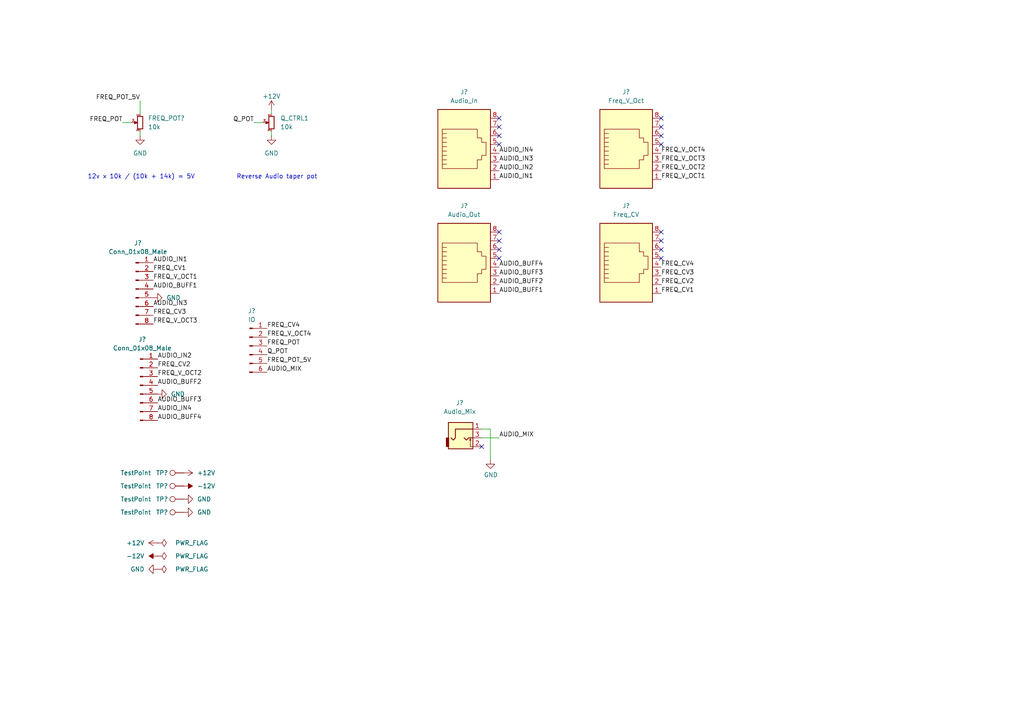
<source format=kicad_sch>
(kicad_sch (version 20211123) (generator eeschema)
  (paper "A4")
  (lib_symbols
    (symbol "Connector:Conn_01x06_Male" (pin_names (offset 1.016) hide)
      (property "Reference" "J" (at 0 7.62 0))
      (property "Value" "Conn_01x06_Male" (at 0 -10.16 0))
      (symbol "Conn_01x06_Male_1_1"
        (polyline (pts (xy 1.27 -7.62) (xy 0.8636 -7.62)) (stroke (width 0.1524)))
        (polyline (pts (xy 1.27 -5.08) (xy 0.8636 -5.08)) (stroke (width 0.1524)))
        (polyline (pts (xy 1.27 -2.54) (xy 0.8636 -2.54)) (stroke (width 0.1524)))
        (polyline (pts (xy 1.27 0) (xy 0.8636 0)) (stroke (width 0.1524)))
        (polyline (pts (xy 1.27 2.54) (xy 0.8636 2.54)) (stroke (width 0.1524)))
        (polyline (pts (xy 1.27 5.08) (xy 0.8636 5.08)) (stroke (width 0.1524)))
        (rectangle (start 0.8636 -7.493) (end 0 -7.747) (stroke (width 0.1524)) (fill (type outline)))
        (rectangle (start 0.8636 -4.953) (end 0 -5.207) (stroke (width 0.1524)) (fill (type outline)))
        (rectangle (start 0.8636 -2.413) (end 0 -2.667) (stroke (width 0.1524)) (fill (type outline)))
        (rectangle (start 0.8636 0.127) (end 0 -0.127) (stroke (width 0.1524)) (fill (type outline)))
        (rectangle (start 0.8636 2.667) (end 0 2.413) (stroke (width 0.1524)) (fill (type outline)))
        (rectangle (start 0.8636 5.207) (end 0 4.953) (stroke (width 0.1524)) (fill (type outline)))
        (pin passive line (at 5.08 5.08 180) (length 3.81) (name "Pin_1") (number "1"))
        (pin passive line (at 5.08 2.54 180) (length 3.81) (name "Pin_2") (number "2"))
        (pin passive line (at 5.08 0 180) (length 3.81) (name "Pin_3") (number "3"))
        (pin passive line (at 5.08 -2.54 180) (length 3.81) (name "Pin_4") (number "4"))
        (pin passive line (at 5.08 -5.08 180) (length 3.81) (name "Pin_5") (number "5"))
        (pin passive line (at 5.08 -7.62 180) (length 3.81) (name "Pin_6") (number "6"))
      )
    )
    (symbol "Connector:Conn_01x08_Male" (pin_names (offset 1.016) hide)
      (property "Reference" "J" (at 0 10.16 0))
      (property "Value" "Conn_01x08_Male" (at 0 -12.7 0))
      (symbol "Conn_01x08_Male_1_1"
        (polyline (pts (xy 1.27 -10.16) (xy 0.8636 -10.16)) (stroke (width 0.1524)))
        (polyline (pts (xy 1.27 -7.62) (xy 0.8636 -7.62)) (stroke (width 0.1524)))
        (polyline (pts (xy 1.27 -5.08) (xy 0.8636 -5.08)) (stroke (width 0.1524)))
        (polyline (pts (xy 1.27 -2.54) (xy 0.8636 -2.54)) (stroke (width 0.1524)))
        (polyline (pts (xy 1.27 0) (xy 0.8636 0)) (stroke (width 0.1524)))
        (polyline (pts (xy 1.27 2.54) (xy 0.8636 2.54)) (stroke (width 0.1524)))
        (polyline (pts (xy 1.27 5.08) (xy 0.8636 5.08)) (stroke (width 0.1524)))
        (polyline (pts (xy 1.27 7.62) (xy 0.8636 7.62)) (stroke (width 0.1524)))
        (rectangle (start 0.8636 -10.033) (end 0 -10.287) (stroke (width 0.1524)) (fill (type outline)))
        (rectangle (start 0.8636 -7.493) (end 0 -7.747) (stroke (width 0.1524)) (fill (type outline)))
        (rectangle (start 0.8636 -4.953) (end 0 -5.207) (stroke (width 0.1524)) (fill (type outline)))
        (rectangle (start 0.8636 -2.413) (end 0 -2.667) (stroke (width 0.1524)) (fill (type outline)))
        (rectangle (start 0.8636 0.127) (end 0 -0.127) (stroke (width 0.1524)) (fill (type outline)))
        (rectangle (start 0.8636 2.667) (end 0 2.413) (stroke (width 0.1524)) (fill (type outline)))
        (rectangle (start 0.8636 5.207) (end 0 4.953) (stroke (width 0.1524)) (fill (type outline)))
        (rectangle (start 0.8636 7.747) (end 0 7.493) (stroke (width 0.1524)) (fill (type outline)))
        (pin passive line (at 5.08 7.62 180) (length 3.81) (name "Pin_1") (number "1"))
        (pin passive line (at 5.08 5.08 180) (length 3.81) (name "Pin_2") (number "2"))
        (pin passive line (at 5.08 2.54 180) (length 3.81) (name "Pin_3") (number "3"))
        (pin passive line (at 5.08 0 180) (length 3.81) (name "Pin_4") (number "4"))
        (pin passive line (at 5.08 -2.54 180) (length 3.81) (name "Pin_5") (number "5"))
        (pin passive line (at 5.08 -5.08 180) (length 3.81) (name "Pin_6") (number "6"))
        (pin passive line (at 5.08 -7.62 180) (length 3.81) (name "Pin_7") (number "7"))
        (pin passive line (at 5.08 -10.16 180) (length 3.81) (name "Pin_8") (number "8"))
      )
    )
    (symbol "Connector:RJ45" (pin_names (offset 1.016))
      (property "Reference" "J" (at -5.08 13.97 0))
      (property "Value" "RJ45" (at 2.54 13.97 0))
      (symbol "RJ45_0_1"
        (polyline (pts (xy -5.08 4.445) (xy -6.35 4.445)))
        (polyline (pts (xy -5.08 5.715) (xy -6.35 5.715)))
        (polyline (pts (xy -6.35 -3.175) (xy -5.08 -3.175) (xy -5.08 -3.175)))
        (polyline (pts (xy -6.35 -1.905) (xy -5.08 -1.905) (xy -5.08 -1.905)))
        (polyline (pts (xy -6.35 -0.635) (xy -5.08 -0.635) (xy -5.08 -0.635)))
        (polyline (pts (xy -6.35 0.635) (xy -5.08 0.635) (xy -5.08 0.635)))
        (polyline (pts (xy -6.35 1.905) (xy -5.08 1.905) (xy -5.08 1.905)))
        (polyline (pts (xy -5.08 3.175) (xy -6.35 3.175) (xy -6.35 3.175)))
        (polyline (pts (xy -6.35 -4.445) (xy -6.35 6.985) (xy 3.81 6.985) (xy 3.81 4.445) (xy 5.08 4.445) (xy 5.08 3.175) (xy 6.35 3.175) (xy 6.35 -0.635) (xy 5.08 -0.635) (xy 5.08 -1.905) (xy 3.81 -1.905) (xy 3.81 -4.445) (xy -6.35 -4.445) (xy -6.35 -4.445)))
        (rectangle (start 7.62 12.7) (end -7.62 -10.16) (stroke (width 0.254)) (fill (type background)))
      )
      (symbol "RJ45_1_1"
        (pin passive line (at 10.16 -7.62 180) (length 2.54) (name "~") (number "1"))
        (pin passive line (at 10.16 -5.08 180) (length 2.54) (name "~") (number "2"))
        (pin passive line (at 10.16 -2.54 180) (length 2.54) (name "~") (number "3"))
        (pin passive line (at 10.16 0 180) (length 2.54) (name "~") (number "4"))
        (pin passive line (at 10.16 2.54 180) (length 2.54) (name "~") (number "5"))
        (pin passive line (at 10.16 5.08 180) (length 2.54) (name "~") (number "6"))
        (pin passive line (at 10.16 7.62 180) (length 2.54) (name "~") (number "7"))
        (pin passive line (at 10.16 10.16 180) (length 2.54) (name "~") (number "8"))
      )
    )
    (symbol "Connector:TestPoint" (pin_numbers hide) (pin_names (offset 0.762) hide)
      (property "Reference" "TP" (at 0 6.858 0))
      (property "Value" "TestPoint" (at 0 5.08 0))
      (symbol "TestPoint_0_1"
        (circle (center 0 3.302) (radius 0.762))
      )
      (symbol "TestPoint_1_1"
        (pin passive line (at 0 0 90) (length 2.54) (name "1") (number "1"))
      )
    )
    (symbol "Device:R_Potentiometer_Small" (pin_names (offset 1.016) hide)
      (property "Reference" "RV" (at -4.445 0 90))
      (property "Value" "R_Potentiometer_Small" (at -2.54 0 90))
      (symbol "R_Potentiometer_Small_0_1"
        (polyline (pts (xy 0.889 0) (xy 0.635 0) (xy 1.651 0.381) (xy 1.651 -0.381) (xy 0.635 0) (xy 0.889 0)) (fill (type outline)))
        (rectangle (start 0.762 1.8034) (end -0.762 -1.8034) (stroke (width 0.254)))
      )
      (symbol "R_Potentiometer_Small_1_1"
        (pin passive line (at 0 2.54 270) (length 0.635) (name "1") (number "1"))
        (pin passive line (at 2.54 0 180) (length 0.9906) (name "2") (number "2"))
        (pin passive line (at 0 -2.54 90) (length 0.635) (name "3") (number "3"))
      )
    )
    (symbol "power:+12V" (power) (pin_names (offset 0))
      (property "Value" "+12V" (at 0 3.556 0))
      (symbol "+12V_0_1"
        (polyline (pts (xy -0.762 1.27) (xy 0 2.54)))
        (polyline (pts (xy 0 0) (xy 0 2.54)))
        (polyline (pts (xy 0 2.54) (xy 0.762 1.27)))
      )
      (symbol "+12V_1_1"
        (pin power_in line (at 0 0 90) (length 0) hide (name "+12V") (number "1"))
      )
    )
    (symbol "power:-12V" (power) (pin_names (offset 0))
      (property "Value" "-12V" (at 0 3.81 0))
      (symbol "-12V_0_0"
        (pin power_in line (at 0 0 90) (length 0) hide (name "-12V") (number "1"))
      )
      (symbol "-12V_0_1"
        (polyline (pts (xy 0 0) (xy 0 1.27) (xy 0.762 1.27) (xy 0 2.54) (xy -0.762 1.27) (xy 0 1.27)) (fill (type outline)))
      )
    )
    (symbol "power:GND" (power) (pin_names (offset 0))
      (property "Value" "GND" (at 0 -3.81 0))
      (symbol "GND_0_1"
        (polyline (pts (xy 0 0) (xy 0 -1.27) (xy 1.27 -1.27) (xy 0 -2.54) (xy -1.27 -1.27) (xy 0 -1.27)))
      )
      (symbol "GND_1_1"
        (pin power_in line (at 0 0 270) (length 0) hide (name "GND") (number "1"))
      )
    )
    (symbol "power:PWR_FLAG" (power) (pin_numbers hide) (pin_names (offset 0) hide)
      (property "Value" "PWR_FLAG" (at 0 3.81 0))
      (symbol "PWR_FLAG_0_0"
        (pin power_out line (at 0 0 90) (length 0) (name "pwr") (number "1"))
      )
      (symbol "PWR_FLAG_0_1"
        (polyline (pts (xy 0 0) (xy 0 1.27) (xy -1.016 1.905) (xy 0 2.54) (xy 1.016 1.905) (xy 0 1.27)))
      )
    )
    (symbol "thonkiconn:AudioJack2_Ground_Switch" (pin_names (offset 1.016))
      (property "Reference" "J" (at 0 8.89 0))
      (property "Value" "AudioJack2_Ground_Switch" (at 0 6.35 0))
      (symbol "AudioJack2_Ground_Switch_0_1"
        (rectangle (start -4.445 -2.54) (end -5.207 0) (fill (type outline)))
        (polyline (pts (xy 1.778 -0.254) (xy 2.032 -0.762)))
        (polyline (pts (xy 0 0) (xy 0.635 -0.635) (xy 1.27 0) (xy 2.54 0)) (stroke (width 0.254)))
        (polyline (pts (xy 2.54 -2.54) (xy 1.778 -2.54) (xy 1.778 -0.254) (xy 1.524 -0.762)))
        (polyline (pts (xy 2.54 2.54) (xy -2.54 2.54) (xy -2.54 0) (xy -3.175 -0.635) (xy -3.81 0)) (stroke (width 0.254)))
        (rectangle (start 2.54 -3.175) (end -4.572 4.445) (stroke (width 0.254)) (fill (type background)))
      )
      (symbol "AudioJack2_Ground_Switch_1_1"
        (pin passive line (at 5.08 2.54 180) (length 2.54) (name "~") (number "1"))
        (pin passive line (at 5.08 -2.54 180) (length 2.54) (name "~") (number "2"))
        (pin passive line (at 5.08 0 180) (length 2.54) (name "~") (number "3"))
      )
    )
  )
  (no_connect (at 144.78 41.91))
  (no_connect (at 144.78 36.83))
  (no_connect (at 191.77 36.83))
  (no_connect (at 144.78 74.93))
  (no_connect (at 191.77 41.91))
  (no_connect (at 191.77 67.31))
  (no_connect (at 191.77 69.85))
  (no_connect (at 144.78 69.85))
  (no_connect (at 191.77 34.29))
  (no_connect (at 191.77 39.37))
  (no_connect (at 144.78 72.39))
  (no_connect (at 144.78 34.29))
  (no_connect (at 191.77 74.93))
  (no_connect (at 144.78 67.31))
  (no_connect (at 139.7 129.54))
  (no_connect (at 144.78 39.37))
  (no_connect (at 191.77 72.39))
  (wire (pts (xy 40.64 29.21) (xy 40.64 33.02)))
  (wire (pts (xy 139.7 127) (xy 144.78 127)))
  (wire (pts (xy 35.56 35.56) (xy 38.1 35.56)))
  (wire (pts (xy 78.74 39.37) (xy 78.74 38.1)))
  (wire (pts (xy 139.7 124.46) (xy 142.24 124.46)))
  (wire (pts (xy 73.66 35.56) (xy 76.2 35.56)))
  (wire (pts (xy 78.74 33.02) (xy 78.74 31.75)))
  (wire (pts (xy 142.24 124.46) (xy 142.24 133.35)))
  (wire (pts (xy 40.64 39.37) (xy 40.64 38.1)))
  (text "12v x 10k / (10k + 14k) = 5V" (at 25.4 52.07 0) (effects (font (size 1.27 1.27)) (justify left bottom)))
  (text "Reverse Audio taper pot" (at 68.58 52.07 0) (effects (font (size 1.27 1.27)) (justify left bottom)))
  (label "Q_POT" (at 73.66 35.56 180))
  (label "FREQ_V_OCT1" (at 191.77 52.07 0))
  (label "FREQ_POT_5V" (at 77.47 105.41 0))
  (label "FREQ_V_OCT2" (at 45.72 109.22 0))
  (label "AUDIO_IN3" (at 44.45 88.9 0))
  (label "AUDIO_IN4" (at 45.72 119.38 0))
  (label "FREQ_V_OCT4" (at 77.47 97.79 0))
  (label "AUDIO_MIX" (at 144.78 127 0))
  (label "FREQ_CV3" (at 44.45 91.44 0))
  (label "AUDIO_IN3" (at 144.78 46.99 0))
  (label "AUDIO_BUFF4" (at 144.78 77.47 0))
  (label "AUDIO_BUFF2" (at 45.72 111.76 0))
  (label "AUDIO_BUFF1" (at 44.45 83.82 0))
  (label "AUDIO_IN2" (at 45.72 104.14 0))
  (label "FREQ_CV2" (at 45.72 106.68 0))
  (label "FREQ_V_OCT4" (at 191.77 44.45 0))
  (label "FREQ_CV1" (at 44.45 78.74 0))
  (label "FREQ_V_OCT2" (at 191.77 49.53 0))
  (label "FREQ_V_OCT1" (at 44.45 81.28 0))
  (label "FREQ_POT" (at 35.56 35.56 180))
  (label "FREQ_CV2" (at 191.77 82.55 0))
  (label "AUDIO_BUFF3" (at 45.72 116.84 0))
  (label "AUDIO_IN1" (at 44.45 76.2 0))
  (label "FREQ_CV3" (at 191.77 80.01 0))
  (label "Q_POT" (at 77.47 102.87 0))
  (label "FREQ_CV1" (at 191.77 85.09 0))
  (label "FREQ_POT_5V" (at 40.64 29.21 180))
  (label "FREQ_CV4" (at 191.77 77.47 0))
  (label "AUDIO_IN2" (at 144.78 49.53 0))
  (label "AUDIO_BUFF4" (at 45.72 121.92 0))
  (label "FREQ_CV4" (at 77.47 95.25 0))
  (label "FREQ_V_OCT3" (at 191.77 46.99 0))
  (label "AUDIO_BUFF3" (at 144.78 80.01 0))
  (label "FREQ_V_OCT3" (at 44.45 93.98 0))
  (label "AUDIO_IN1" (at 144.78 52.07 0))
  (label "FREQ_POT" (at 77.47 100.33 0))
  (label "AUDIO_MIX" (at 77.47 107.95 0))
  (label "AUDIO_BUFF1" (at 144.78 85.09 0))
  (label "AUDIO_IN4" (at 144.78 44.45 0))
  (label "AUDIO_BUFF2" (at 144.78 82.55 0))
  (symbol (lib_id "power:GND") (at 53.34 144.78 90) (unit 1)
    (property "Reference" "#PWR?" (effects hide))
    (property "Value" "GND" (at 57.15 144.7799 90) (effects (justify right)))
  )
  (symbol (lib_id "Device:R_Potentiometer_Small") (at 40.64 35.56 0) (mirror y) (unit 1)
    (property "Reference" "FREQ_POT?" (at 42.926 34.2899 0) (effects (justify right)))
    (property "Value" "10k" (at 42.926 36.8299 0) (effects (justify right)))
    (property "Footprint" "Custom_Footprints:Alpha_9mm_Potentiometer_Aligned" (effects hide))
  )
  (symbol (lib_id "Connector:TestPoint") (at 53.34 144.78 90) (unit 1)
    (property "Reference" "TP?" (at 46.99 144.78 90))
    (property "Value" "TestPoint" (at 39.37 144.78 90))
    (property "Footprint" "Custom_Footprints:1.3mm_Test_Point" (effects hide))
  )
  (symbol (lib_id "thonkiconn:AudioJack2_Ground_Switch") (at 134.62 127 0) (unit 1)
    (property "Reference" "J?" (at 133.35 116.84 0))
    (property "Value" "Audio_Mix" (at 133.35 119.38 0))
    (property "Footprint" "Custom_Footprints:THONKICONN_hole" (effects hide))
  )
  (symbol (lib_id "power:GND") (at 45.72 165.1 270) (unit 1)
    (property "Reference" "#PWR0105" (effects hide))
    (property "Value" "GND" (at 41.91 165.0999 90) (effects (justify right)))
  )
  (symbol (lib_id "Connector:RJ45") (at 134.62 77.47 0) (unit 1)
    (property "Reference" "J?" (at 134.62 59.69 0))
    (property "Value" "Audio_Out" (at 134.62 62.23 0))
    (property "Footprint" "Custom_Footprints:RJ45_Molex_42878-8506" (effects hide))
  )
  (symbol (lib_id "Connector:Conn_01x08_Male") (at 40.64 111.76 0) (unit 1)
    (property "Reference" "J?" (at 41.275 98.425 0))
    (property "Value" "Conn_01x08_Male" (at 41.275 100.965 0))
    (property "Footprint" "Connector_PinHeader_2.54mm:PinHeader_1x08_P2.54mm_Vertical" (effects hide))
  )
  (symbol (lib_id "Connector:RJ45") (at 181.61 44.45 0) (unit 1)
    (property "Reference" "J?" (at 181.61 26.67 0))
    (property "Value" "Freq_V_Oct" (at 181.61 29.21 0))
    (property "Footprint" "Custom_Footprints:RJ45_Molex_42878-8506" (effects hide))
  )
  (symbol (lib_id "power:+12V") (at 78.74 31.75 0) (mirror y) (unit 1)
    (property "Reference" "#PWR013" (effects hide))
    (property "Value" "+12V" (at 78.74 27.94 0))
  )
  (symbol (lib_id "power:GND") (at 45.72 114.3 90) (unit 1)
    (property "Reference" "#PWR?" (effects hide))
    (property "Value" "GND" (at 49.53 114.2999 90) (effects (justify right)))
  )
  (symbol (lib_id "power:-12V") (at 45.72 161.29 90) (unit 1)
    (property "Reference" "#PWR0103" (effects hide))
    (property "Value" "-12V" (at 41.91 161.2899 90) (effects (justify left)))
  )
  (symbol (lib_id "power:+12V") (at 53.34 137.16 270) (mirror x) (unit 1)
    (property "Reference" "#PWR?" (effects hide))
    (property "Value" "+12V" (at 57.15 137.1599 90) (effects (justify left)))
  )
  (symbol (lib_id "Connector:TestPoint") (at 53.34 140.97 90) (unit 1)
    (property "Reference" "TP?" (at 46.99 140.97 90))
    (property "Value" "TestPoint" (at 39.37 140.97 90))
    (property "Footprint" "Custom_Footprints:1.3mm_Test_Point" (effects hide))
  )
  (symbol (lib_id "power:GND") (at 78.74 39.37 0) (unit 1)
    (property "Reference" "#PWR014" (effects hide))
    (property "Value" "GND" (at 78.74 44.45 0))
  )
  (symbol (lib_id "power:-12V") (at 53.34 140.97 270) (unit 1)
    (property "Reference" "#PWR?" (effects hide))
    (property "Value" "-12V" (at 57.15 140.9699 90) (effects (justify left)))
  )
  (symbol (lib_id "power:+12V") (at 45.72 157.48 90) (mirror x) (unit 1)
    (property "Reference" "#PWR0104" (effects hide))
    (property "Value" "+12V" (at 41.91 157.4799 90) (effects (justify left)))
  )
  (symbol (lib_id "power:GND") (at 40.64 39.37 0) (unit 1)
    (property "Reference" "#PWR?" (effects hide))
    (property "Value" "GND" (at 40.64 44.45 0))
  )
  (symbol (lib_id "Connector:Conn_01x08_Male") (at 39.37 83.82 0) (unit 1)
    (property "Reference" "J?" (at 40.005 70.485 0))
    (property "Value" "Conn_01x08_Male" (at 40.005 73.025 0))
    (property "Footprint" "Connector_PinHeader_2.54mm:PinHeader_1x08_P2.54mm_Vertical" (effects hide))
  )
  (symbol (lib_id "power:PWR_FLAG") (at 45.72 165.1 270) (unit 1)
    (property "Reference" "#FLG0102" (effects hide))
    (property "Value" "PWR_FLAG" (at 50.8 165.0999 90) (effects (justify left)))
  )
  (symbol (lib_id "power:PWR_FLAG") (at 45.72 161.29 270) (unit 1)
    (property "Reference" "#FLG0101" (effects hide))
    (property "Value" "PWR_FLAG" (at 50.8 161.2899 90) (effects (justify left)))
  )
  (symbol (lib_id "Connector:TestPoint") (at 53.34 137.16 90) (unit 1)
    (property "Reference" "TP?" (at 46.99 137.16 90))
    (property "Value" "TestPoint" (at 39.37 137.16 90))
    (property "Footprint" "Custom_Footprints:1.3mm_Test_Point" (effects hide))
  )
  (symbol (lib_id "Connector:Conn_01x06_Male") (at 72.39 100.33 0) (unit 1)
    (property "Reference" "J?" (at 73.025 90.17 0))
    (property "Value" "IO" (at 73.025 92.71 0))
    (property "Footprint" "Connector_PinHeader_2.54mm:PinHeader_1x06_P2.54mm_Vertical" (effects hide))
  )
  (symbol (lib_id "Connector:RJ45") (at 181.61 77.47 0) (unit 1)
    (property "Reference" "J?" (at 181.61 59.69 0))
    (property "Value" "Freq_CV" (at 181.61 62.23 0))
    (property "Footprint" "Custom_Footprints:RJ45_Molex_42878-8506" (effects hide))
  )
  (symbol (lib_id "power:GND") (at 142.24 133.35 0) (unit 1)
    (property "Reference" "#PWR?" (effects hide))
    (property "Value" "GND" (at 142.367 137.7442 0))
  )
  (symbol (lib_id "power:GND") (at 53.34 148.59 90) (unit 1)
    (property "Reference" "#PWR?" (effects hide))
    (property "Value" "GND" (at 57.15 148.5899 90) (effects (justify right)))
  )
  (symbol (lib_id "Device:R_Potentiometer_Small") (at 78.74 35.56 0) (mirror y) (unit 1)
    (property "Reference" "Q_CTRL1" (at 81.28 34.2899 0) (effects (justify right)))
    (property "Value" "10k" (at 81.28 36.8299 0) (effects (justify right)))
    (property "Footprint" "Custom_Footprints:Alpha_9mm_Potentiometer_Aligned" (effects hide))
  )
  (symbol (lib_id "power:GND") (at 44.45 86.36 90) (unit 1)
    (property "Reference" "#PWR017" (effects hide))
    (property "Value" "GND" (at 48.26 86.3599 90) (effects (justify right)))
  )
  (symbol (lib_id "power:PWR_FLAG") (at 45.72 157.48 270) (unit 1)
    (property "Reference" "#FLG0103" (effects hide))
    (property "Value" "PWR_FLAG" (at 50.8 157.4799 90) (effects (justify left)))
  )
  (symbol (lib_id "Connector:RJ45") (at 134.62 44.45 0) (unit 1)
    (property "Reference" "J?" (at 134.62 26.67 0))
    (property "Value" "Audio_In" (at 134.62 29.21 0))
    (property "Footprint" "Custom_Footprints:RJ45_Molex_42878-8506" (effects hide))
  )
  (symbol (lib_id "Connector:TestPoint") (at 53.34 148.59 90) (unit 1)
    (property "Reference" "TP?" (at 46.99 148.59 90))
    (property "Value" "TestPoint" (at 39.37 148.59 90))
    (property "Footprint" "Custom_Footprints:1.3mm_Test_Point" (effects hide))
  )
)
</source>
